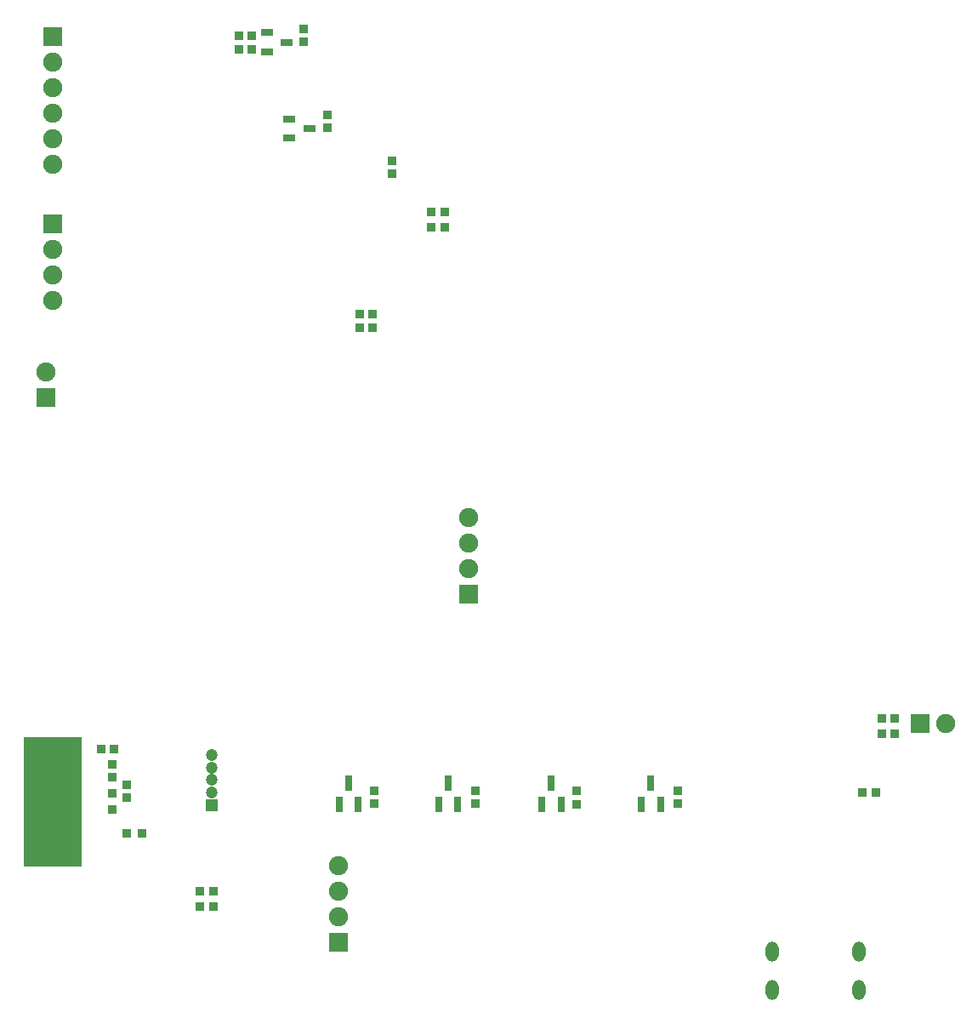
<source format=gbs>
G04*
G04 #@! TF.GenerationSoftware,Altium Limited,Altium Designer,21.0.8 (223)*
G04*
G04 Layer_Color=16711935*
%FSLAX25Y25*%
%MOIN*%
G70*
G04*
G04 #@! TF.SameCoordinates,947A2CD8-D87E-4BA2-AADF-D00DD91F1A07*
G04*
G04*
G04 #@! TF.FilePolarity,Negative*
G04*
G01*
G75*
%ADD61R,0.22800X0.50700*%
%ADD76R,0.03800X0.03800*%
%ADD77R,0.03800X0.03800*%
%ADD98R,0.03162X0.05918*%
%ADD108C,0.07493*%
%ADD109R,0.07493X0.07493*%
%ADD110O,0.05131X0.07882*%
%ADD111C,0.04737*%
%ADD112R,0.07493X0.07493*%
%ADD113R,0.04737X0.04737*%
%ADD132R,0.04737X0.03162*%
D61*
X11400Y79150D02*
D03*
D76*
X131841Y265000D02*
D03*
X136959D02*
D03*
X131841Y270300D02*
D03*
X136959D02*
D03*
X89659Y379341D02*
D03*
X84541D02*
D03*
X89659Y374000D02*
D03*
X84541Y374000D02*
D03*
X74473Y44106D02*
D03*
X30541Y100000D02*
D03*
X341613Y105941D02*
D03*
X328941Y83000D02*
D03*
X165059Y310100D02*
D03*
X165059Y304100D02*
D03*
X341559Y111900D02*
D03*
X159941Y304100D02*
D03*
Y310100D02*
D03*
X69354Y38107D02*
D03*
X74472D02*
D03*
X69355Y44106D02*
D03*
X40441Y66900D02*
D03*
X46559D02*
D03*
X35659Y100000D02*
D03*
X336441Y111900D02*
D03*
X336495Y105941D02*
D03*
X334059Y83000D02*
D03*
D77*
X109900Y381859D02*
D03*
Y376741D02*
D03*
X119300Y348259D02*
D03*
Y343141D02*
D03*
X144400Y330259D02*
D03*
Y325141D02*
D03*
X40700Y85959D02*
D03*
X35000Y94059D02*
D03*
X256400Y83559D02*
D03*
X137500D02*
D03*
X177200D02*
D03*
X216800Y83459D02*
D03*
X35000Y82400D02*
D03*
Y76282D02*
D03*
X40700Y80841D02*
D03*
X35000Y88941D02*
D03*
X256400Y78441D02*
D03*
X137500D02*
D03*
X177200D02*
D03*
X216800Y78341D02*
D03*
D98*
X203260Y78366D02*
D03*
X242260D02*
D03*
X123760D02*
D03*
X162760D02*
D03*
X210740D02*
D03*
X207000Y86634D02*
D03*
X249740Y78366D02*
D03*
X246000Y86634D02*
D03*
X131240Y78366D02*
D03*
X127500Y86634D02*
D03*
X170240Y78366D02*
D03*
X166500Y86634D02*
D03*
D108*
X361453Y110000D02*
D03*
X123500Y54370D02*
D03*
X11500Y329000D02*
D03*
Y275500D02*
D03*
X174500Y170500D02*
D03*
X123500Y44370D02*
D03*
Y34370D02*
D03*
X11500Y369000D02*
D03*
Y359000D02*
D03*
Y349000D02*
D03*
Y339000D02*
D03*
X9000Y247500D02*
D03*
X11500Y285500D02*
D03*
Y295500D02*
D03*
X174500Y190500D02*
D03*
Y180500D02*
D03*
D109*
X351453Y110000D02*
D03*
X123500Y24370D02*
D03*
X9000Y237500D02*
D03*
D110*
X327509Y20685D02*
D03*
X293493D02*
D03*
X327509Y5725D02*
D03*
X293493D02*
D03*
D111*
X74000Y82839D02*
D03*
Y97603D02*
D03*
Y92682D02*
D03*
Y87761D02*
D03*
D112*
X11500Y379000D02*
D03*
Y305500D02*
D03*
X174500Y160500D02*
D03*
D113*
X74000Y77918D02*
D03*
D132*
X103337Y376700D02*
D03*
X95463Y380440D02*
D03*
Y372960D02*
D03*
X112237Y342900D02*
D03*
X104363Y346640D02*
D03*
Y339160D02*
D03*
M02*

</source>
